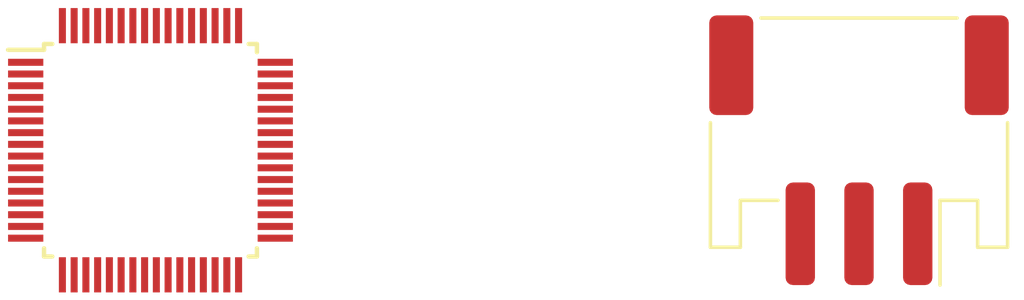
<source format=kicad_pcb>
(kicad_pcb (version 20171130) (host pcbnew "(5.0.2)-1")

  (general
    (thickness 1.6)
    (drawings 0)
    (tracks 0)
    (zones 0)
    (modules 2)
    (nets 67)
  )

  (page A4)
  (layers
    (0 F.Cu signal)
    (31 B.Cu signal)
    (32 B.Adhes user hide)
    (33 F.Adhes user hide)
    (34 B.Paste user hide)
    (35 F.Paste user hide)
    (36 B.SilkS user hide)
    (37 F.SilkS user hide)
    (38 B.Mask user hide)
    (39 F.Mask user hide)
    (40 Dwgs.User user hide)
    (41 Cmts.User user hide)
    (42 Eco1.User user hide)
    (43 Eco2.User user hide)
    (44 Edge.Cuts user hide)
    (45 Margin user hide)
    (46 B.CrtYd user hide)
    (47 F.CrtYd user hide)
    (48 B.Fab user hide)
    (49 F.Fab user hide)
  )

  (setup
    (last_trace_width 0.25)
    (trace_clearance 0.2)
    (zone_clearance 0.508)
    (zone_45_only no)
    (trace_min 0.2)
    (segment_width 0.2)
    (edge_width 0.15)
    (via_size 0.8)
    (via_drill 0.4)
    (via_min_size 0.4)
    (via_min_drill 0.3)
    (uvia_size 0.3)
    (uvia_drill 0.1)
    (uvias_allowed no)
    (uvia_min_size 0.2)
    (uvia_min_drill 0.1)
    (pcb_text_width 0.3)
    (pcb_text_size 1.5 1.5)
    (mod_edge_width 0.15)
    (mod_text_size 1 1)
    (mod_text_width 0.15)
    (pad_size 1.524 1.524)
    (pad_drill 0.762)
    (pad_to_mask_clearance 0.051)
    (solder_mask_min_width 0.25)
    (aux_axis_origin 0 0)
    (visible_elements 7FFFFFFF)
    (pcbplotparams
      (layerselection 0x010fc_ffffffff)
      (usegerberextensions false)
      (usegerberattributes false)
      (usegerberadvancedattributes false)
      (creategerberjobfile false)
      (excludeedgelayer true)
      (linewidth 0.100000)
      (plotframeref false)
      (viasonmask false)
      (mode 1)
      (useauxorigin false)
      (hpglpennumber 1)
      (hpglpenspeed 20)
      (hpglpendiameter 15.000000)
      (psnegative false)
      (psa4output false)
      (plotreference true)
      (plotvalue true)
      (plotinvisibletext false)
      (padsonsilk false)
      (subtractmaskfromsilk false)
      (outputformat 1)
      (mirror false)
      (drillshape 1)
      (scaleselection 1)
      (outputdirectory ""))
  )

  (net 0 "")
  (net 1 "Net-(IC1-Pad1)")
  (net 2 "Net-(IC1-Pad2)")
  (net 3 "Net-(IC1-Pad3)")
  (net 4 "Net-(IC1-Pad4)")
  (net 5 "Net-(IC1-Pad5)")
  (net 6 "Net-(IC1-Pad6)")
  (net 7 "Net-(IC1-Pad7)")
  (net 8 "Net-(IC1-Pad8)")
  (net 9 "Net-(IC1-Pad9)")
  (net 10 "Net-(IC1-Pad10)")
  (net 11 "Net-(IC1-Pad11)")
  (net 12 "Net-(IC1-Pad12)")
  (net 13 "Net-(IC1-Pad13)")
  (net 14 "Net-(IC1-Pad14)")
  (net 15 "Net-(IC1-Pad15)")
  (net 16 "Net-(IC1-Pad16)")
  (net 17 "Net-(IC1-Pad17)")
  (net 18 "Net-(IC1-Pad18)")
  (net 19 "Net-(IC1-Pad19)")
  (net 20 "Net-(IC1-Pad20)")
  (net 21 "Net-(IC1-Pad21)")
  (net 22 "Net-(IC1-Pad22)")
  (net 23 "Net-(IC1-Pad23)")
  (net 24 "Net-(IC1-Pad24)")
  (net 25 "Net-(IC1-Pad25)")
  (net 26 "Net-(IC1-Pad26)")
  (net 27 "Net-(IC1-Pad27)")
  (net 28 "Net-(IC1-Pad28)")
  (net 29 "Net-(IC1-Pad29)")
  (net 30 "Net-(IC1-Pad30)")
  (net 31 "Net-(IC1-Pad31)")
  (net 32 "Net-(IC1-Pad32)")
  (net 33 "Net-(IC1-Pad33)")
  (net 34 "Net-(IC1-Pad34)")
  (net 35 "Net-(IC1-Pad35)")
  (net 36 "Net-(IC1-Pad36)")
  (net 37 "Net-(IC1-Pad37)")
  (net 38 "Net-(IC1-Pad38)")
  (net 39 "Net-(IC1-Pad39)")
  (net 40 "Net-(IC1-Pad40)")
  (net 41 "Net-(IC1-Pad41)")
  (net 42 "Net-(IC1-Pad42)")
  (net 43 "Net-(IC1-Pad43)")
  (net 44 "Net-(IC1-Pad44)")
  (net 45 "Net-(IC1-Pad45)")
  (net 46 "Net-(IC1-Pad46)")
  (net 47 "Net-(IC1-Pad47)")
  (net 48 "Net-(IC1-Pad48)")
  (net 49 "Net-(IC1-Pad49)")
  (net 50 "Net-(IC1-Pad50)")
  (net 51 "Net-(IC1-Pad51)")
  (net 52 "Net-(IC1-Pad52)")
  (net 53 "Net-(IC1-Pad53)")
  (net 54 "Net-(IC1-Pad54)")
  (net 55 "Net-(IC1-Pad55)")
  (net 56 "Net-(IC1-Pad56)")
  (net 57 "Net-(IC1-Pad57)")
  (net 58 "Net-(IC1-Pad58)")
  (net 59 "Net-(IC1-Pad59)")
  (net 60 "Net-(IC1-Pad60)")
  (net 61 "Net-(IC1-Pad61)")
  (net 62 "Net-(IC1-Pad62)")
  (net 63 "Net-(IC1-Pad63)")
  (net 64 "Net-(IC1-Pad64)")
  (net 65 "Net-(BT1-Pad1)")
  (net 66 "Net-(BT1-Pad2)")

  (net_class Default "This is the default net class."
    (clearance 0.2)
    (trace_width 0.25)
    (via_dia 0.8)
    (via_drill 0.4)
    (uvia_dia 0.3)
    (uvia_drill 0.1)
    (add_net "Net-(BT1-Pad1)")
    (add_net "Net-(BT1-Pad2)")
    (add_net "Net-(IC1-Pad1)")
    (add_net "Net-(IC1-Pad10)")
    (add_net "Net-(IC1-Pad11)")
    (add_net "Net-(IC1-Pad12)")
    (add_net "Net-(IC1-Pad13)")
    (add_net "Net-(IC1-Pad14)")
    (add_net "Net-(IC1-Pad15)")
    (add_net "Net-(IC1-Pad16)")
    (add_net "Net-(IC1-Pad17)")
    (add_net "Net-(IC1-Pad18)")
    (add_net "Net-(IC1-Pad19)")
    (add_net "Net-(IC1-Pad2)")
    (add_net "Net-(IC1-Pad20)")
    (add_net "Net-(IC1-Pad21)")
    (add_net "Net-(IC1-Pad22)")
    (add_net "Net-(IC1-Pad23)")
    (add_net "Net-(IC1-Pad24)")
    (add_net "Net-(IC1-Pad25)")
    (add_net "Net-(IC1-Pad26)")
    (add_net "Net-(IC1-Pad27)")
    (add_net "Net-(IC1-Pad28)")
    (add_net "Net-(IC1-Pad29)")
    (add_net "Net-(IC1-Pad3)")
    (add_net "Net-(IC1-Pad30)")
    (add_net "Net-(IC1-Pad31)")
    (add_net "Net-(IC1-Pad32)")
    (add_net "Net-(IC1-Pad33)")
    (add_net "Net-(IC1-Pad34)")
    (add_net "Net-(IC1-Pad35)")
    (add_net "Net-(IC1-Pad36)")
    (add_net "Net-(IC1-Pad37)")
    (add_net "Net-(IC1-Pad38)")
    (add_net "Net-(IC1-Pad39)")
    (add_net "Net-(IC1-Pad4)")
    (add_net "Net-(IC1-Pad40)")
    (add_net "Net-(IC1-Pad41)")
    (add_net "Net-(IC1-Pad42)")
    (add_net "Net-(IC1-Pad43)")
    (add_net "Net-(IC1-Pad44)")
    (add_net "Net-(IC1-Pad45)")
    (add_net "Net-(IC1-Pad46)")
    (add_net "Net-(IC1-Pad47)")
    (add_net "Net-(IC1-Pad48)")
    (add_net "Net-(IC1-Pad49)")
    (add_net "Net-(IC1-Pad5)")
    (add_net "Net-(IC1-Pad50)")
    (add_net "Net-(IC1-Pad51)")
    (add_net "Net-(IC1-Pad52)")
    (add_net "Net-(IC1-Pad53)")
    (add_net "Net-(IC1-Pad54)")
    (add_net "Net-(IC1-Pad55)")
    (add_net "Net-(IC1-Pad56)")
    (add_net "Net-(IC1-Pad57)")
    (add_net "Net-(IC1-Pad58)")
    (add_net "Net-(IC1-Pad59)")
    (add_net "Net-(IC1-Pad6)")
    (add_net "Net-(IC1-Pad60)")
    (add_net "Net-(IC1-Pad61)")
    (add_net "Net-(IC1-Pad62)")
    (add_net "Net-(IC1-Pad63)")
    (add_net "Net-(IC1-Pad64)")
    (add_net "Net-(IC1-Pad7)")
    (add_net "Net-(IC1-Pad8)")
    (add_net "Net-(IC1-Pad9)")
  )

  (module Package_QFP:LQFP-64_7x7mm_P0.4mm (layer F.Cu) (tedit 5A02F146) (tstamp 5C794C5E)
    (at 27.94 24.13)
    (descr "LQFP64: plastic low profile quad flat package; 64 leads; body 7 x 7 x 1.4 mm(see NXP sot414-1_po.pdf and sot414-1_fr.pdf)")
    (tags "QFP 0.4")
    (path /5C6C72B0)
    (attr smd)
    (fp_text reference IC1 (at 0 -5.85) (layer F.SilkS)
      (effects (font (size 1 1) (thickness 0.15)))
    )
    (fp_text value ADS1299 (at 0 5.85) (layer F.Fab)
      (effects (font (size 1 1) (thickness 0.15)))
    )
    (fp_text user %R (at 0 0) (layer F.Fab)
      (effects (font (size 1 1) (thickness 0.15)))
    )
    (fp_line (start -2.5 -3.5) (end 3.5 -3.5) (layer F.Fab) (width 0.15))
    (fp_line (start 3.5 -3.5) (end 3.5 3.5) (layer F.Fab) (width 0.15))
    (fp_line (start 3.5 3.5) (end -3.5 3.5) (layer F.Fab) (width 0.15))
    (fp_line (start -3.5 3.5) (end -3.5 -2.5) (layer F.Fab) (width 0.15))
    (fp_line (start -3.5 -2.5) (end -2.5 -3.5) (layer F.Fab) (width 0.15))
    (fp_line (start -5.1 -5.1) (end -5.1 5.1) (layer F.CrtYd) (width 0.05))
    (fp_line (start 5.1 -5.1) (end 5.1 5.1) (layer F.CrtYd) (width 0.05))
    (fp_line (start -5.1 -5.1) (end 5.1 -5.1) (layer F.CrtYd) (width 0.05))
    (fp_line (start -5.1 5.1) (end 5.1 5.1) (layer F.CrtYd) (width 0.05))
    (fp_line (start -3.625 -3.625) (end -3.625 -3.425) (layer F.SilkS) (width 0.15))
    (fp_line (start 3.625 -3.625) (end 3.625 -3.345) (layer F.SilkS) (width 0.15))
    (fp_line (start 3.625 3.625) (end 3.625 3.345) (layer F.SilkS) (width 0.15))
    (fp_line (start -3.625 3.625) (end -3.625 3.345) (layer F.SilkS) (width 0.15))
    (fp_line (start -3.625 -3.625) (end -3.345 -3.625) (layer F.SilkS) (width 0.15))
    (fp_line (start -3.625 3.625) (end -3.345 3.625) (layer F.SilkS) (width 0.15))
    (fp_line (start 3.625 3.625) (end 3.345 3.625) (layer F.SilkS) (width 0.15))
    (fp_line (start 3.625 -3.625) (end 3.345 -3.625) (layer F.SilkS) (width 0.15))
    (fp_line (start -3.625 -3.425) (end -4.85 -3.425) (layer F.SilkS) (width 0.15))
    (pad 1 smd rect (at -4.25 -3) (size 1.2 0.24) (layers F.Cu F.Paste F.Mask)
      (net 1 "Net-(IC1-Pad1)"))
    (pad 2 smd rect (at -4.25 -2.6) (size 1.2 0.24) (layers F.Cu F.Paste F.Mask)
      (net 2 "Net-(IC1-Pad2)"))
    (pad 3 smd rect (at -4.25 -2.2) (size 1.2 0.24) (layers F.Cu F.Paste F.Mask)
      (net 3 "Net-(IC1-Pad3)"))
    (pad 4 smd rect (at -4.25 -1.8) (size 1.2 0.24) (layers F.Cu F.Paste F.Mask)
      (net 4 "Net-(IC1-Pad4)"))
    (pad 5 smd rect (at -4.25 -1.4) (size 1.2 0.24) (layers F.Cu F.Paste F.Mask)
      (net 5 "Net-(IC1-Pad5)"))
    (pad 6 smd rect (at -4.25 -1) (size 1.2 0.24) (layers F.Cu F.Paste F.Mask)
      (net 6 "Net-(IC1-Pad6)"))
    (pad 7 smd rect (at -4.25 -0.6) (size 1.2 0.24) (layers F.Cu F.Paste F.Mask)
      (net 7 "Net-(IC1-Pad7)"))
    (pad 8 smd rect (at -4.25 -0.2) (size 1.2 0.24) (layers F.Cu F.Paste F.Mask)
      (net 8 "Net-(IC1-Pad8)"))
    (pad 9 smd rect (at -4.25 0.2) (size 1.2 0.24) (layers F.Cu F.Paste F.Mask)
      (net 9 "Net-(IC1-Pad9)"))
    (pad 10 smd rect (at -4.25 0.6) (size 1.2 0.24) (layers F.Cu F.Paste F.Mask)
      (net 10 "Net-(IC1-Pad10)"))
    (pad 11 smd rect (at -4.25 1) (size 1.2 0.24) (layers F.Cu F.Paste F.Mask)
      (net 11 "Net-(IC1-Pad11)"))
    (pad 12 smd rect (at -4.25 1.4) (size 1.2 0.24) (layers F.Cu F.Paste F.Mask)
      (net 12 "Net-(IC1-Pad12)"))
    (pad 13 smd rect (at -4.25 1.8) (size 1.2 0.24) (layers F.Cu F.Paste F.Mask)
      (net 13 "Net-(IC1-Pad13)"))
    (pad 14 smd rect (at -4.25 2.2) (size 1.2 0.24) (layers F.Cu F.Paste F.Mask)
      (net 14 "Net-(IC1-Pad14)"))
    (pad 15 smd rect (at -4.25 2.6) (size 1.2 0.24) (layers F.Cu F.Paste F.Mask)
      (net 15 "Net-(IC1-Pad15)"))
    (pad 16 smd rect (at -4.25 3) (size 1.2 0.24) (layers F.Cu F.Paste F.Mask)
      (net 16 "Net-(IC1-Pad16)"))
    (pad 17 smd rect (at -3 4.25 90) (size 1.2 0.24) (layers F.Cu F.Paste F.Mask)
      (net 17 "Net-(IC1-Pad17)"))
    (pad 18 smd rect (at -2.6 4.25 90) (size 1.2 0.24) (layers F.Cu F.Paste F.Mask)
      (net 18 "Net-(IC1-Pad18)"))
    (pad 19 smd rect (at -2.2 4.25 90) (size 1.2 0.24) (layers F.Cu F.Paste F.Mask)
      (net 19 "Net-(IC1-Pad19)"))
    (pad 20 smd rect (at -1.8 4.25 90) (size 1.2 0.24) (layers F.Cu F.Paste F.Mask)
      (net 20 "Net-(IC1-Pad20)"))
    (pad 21 smd rect (at -1.4 4.25 90) (size 1.2 0.24) (layers F.Cu F.Paste F.Mask)
      (net 21 "Net-(IC1-Pad21)"))
    (pad 22 smd rect (at -1 4.25 90) (size 1.2 0.24) (layers F.Cu F.Paste F.Mask)
      (net 22 "Net-(IC1-Pad22)"))
    (pad 23 smd rect (at -0.6 4.25 90) (size 1.2 0.24) (layers F.Cu F.Paste F.Mask)
      (net 23 "Net-(IC1-Pad23)"))
    (pad 24 smd rect (at -0.2 4.25 90) (size 1.2 0.24) (layers F.Cu F.Paste F.Mask)
      (net 24 "Net-(IC1-Pad24)"))
    (pad 25 smd rect (at 0.2 4.25 90) (size 1.2 0.24) (layers F.Cu F.Paste F.Mask)
      (net 25 "Net-(IC1-Pad25)"))
    (pad 26 smd rect (at 0.6 4.25 90) (size 1.2 0.24) (layers F.Cu F.Paste F.Mask)
      (net 26 "Net-(IC1-Pad26)"))
    (pad 27 smd rect (at 1 4.25 90) (size 1.2 0.24) (layers F.Cu F.Paste F.Mask)
      (net 27 "Net-(IC1-Pad27)"))
    (pad 28 smd rect (at 1.4 4.25 90) (size 1.2 0.24) (layers F.Cu F.Paste F.Mask)
      (net 28 "Net-(IC1-Pad28)"))
    (pad 29 smd rect (at 1.8 4.25 90) (size 1.2 0.24) (layers F.Cu F.Paste F.Mask)
      (net 29 "Net-(IC1-Pad29)"))
    (pad 30 smd rect (at 2.2 4.25 90) (size 1.2 0.24) (layers F.Cu F.Paste F.Mask)
      (net 30 "Net-(IC1-Pad30)"))
    (pad 31 smd rect (at 2.6 4.25 90) (size 1.2 0.24) (layers F.Cu F.Paste F.Mask)
      (net 31 "Net-(IC1-Pad31)"))
    (pad 32 smd rect (at 3 4.25 90) (size 1.2 0.24) (layers F.Cu F.Paste F.Mask)
      (net 32 "Net-(IC1-Pad32)"))
    (pad 33 smd rect (at 4.25 3) (size 1.2 0.24) (layers F.Cu F.Paste F.Mask)
      (net 33 "Net-(IC1-Pad33)"))
    (pad 34 smd rect (at 4.25 2.6) (size 1.2 0.24) (layers F.Cu F.Paste F.Mask)
      (net 34 "Net-(IC1-Pad34)"))
    (pad 35 smd rect (at 4.25 2.2) (size 1.2 0.24) (layers F.Cu F.Paste F.Mask)
      (net 35 "Net-(IC1-Pad35)"))
    (pad 36 smd rect (at 4.25 1.8) (size 1.2 0.24) (layers F.Cu F.Paste F.Mask)
      (net 36 "Net-(IC1-Pad36)"))
    (pad 37 smd rect (at 4.25 1.4) (size 1.2 0.24) (layers F.Cu F.Paste F.Mask)
      (net 37 "Net-(IC1-Pad37)"))
    (pad 38 smd rect (at 4.25 1) (size 1.2 0.24) (layers F.Cu F.Paste F.Mask)
      (net 38 "Net-(IC1-Pad38)"))
    (pad 39 smd rect (at 4.25 0.6) (size 1.2 0.24) (layers F.Cu F.Paste F.Mask)
      (net 39 "Net-(IC1-Pad39)"))
    (pad 40 smd rect (at 4.25 0.2) (size 1.2 0.24) (layers F.Cu F.Paste F.Mask)
      (net 40 "Net-(IC1-Pad40)"))
    (pad 41 smd rect (at 4.25 -0.2) (size 1.2 0.24) (layers F.Cu F.Paste F.Mask)
      (net 41 "Net-(IC1-Pad41)"))
    (pad 42 smd rect (at 4.25 -0.6) (size 1.2 0.24) (layers F.Cu F.Paste F.Mask)
      (net 42 "Net-(IC1-Pad42)"))
    (pad 43 smd rect (at 4.25 -1) (size 1.2 0.24) (layers F.Cu F.Paste F.Mask)
      (net 43 "Net-(IC1-Pad43)"))
    (pad 44 smd rect (at 4.25 -1.4) (size 1.2 0.24) (layers F.Cu F.Paste F.Mask)
      (net 44 "Net-(IC1-Pad44)"))
    (pad 45 smd rect (at 4.25 -1.8) (size 1.2 0.24) (layers F.Cu F.Paste F.Mask)
      (net 45 "Net-(IC1-Pad45)"))
    (pad 46 smd rect (at 4.25 -2.2) (size 1.2 0.24) (layers F.Cu F.Paste F.Mask)
      (net 46 "Net-(IC1-Pad46)"))
    (pad 47 smd rect (at 4.25 -2.6) (size 1.2 0.24) (layers F.Cu F.Paste F.Mask)
      (net 47 "Net-(IC1-Pad47)"))
    (pad 48 smd rect (at 4.25 -3) (size 1.2 0.24) (layers F.Cu F.Paste F.Mask)
      (net 48 "Net-(IC1-Pad48)"))
    (pad 49 smd rect (at 3 -4.25 90) (size 1.2 0.24) (layers F.Cu F.Paste F.Mask)
      (net 49 "Net-(IC1-Pad49)"))
    (pad 50 smd rect (at 2.6 -4.25 90) (size 1.2 0.24) (layers F.Cu F.Paste F.Mask)
      (net 50 "Net-(IC1-Pad50)"))
    (pad 51 smd rect (at 2.2 -4.25 90) (size 1.2 0.24) (layers F.Cu F.Paste F.Mask)
      (net 51 "Net-(IC1-Pad51)"))
    (pad 52 smd rect (at 1.8 -4.25 90) (size 1.2 0.24) (layers F.Cu F.Paste F.Mask)
      (net 52 "Net-(IC1-Pad52)"))
    (pad 53 smd rect (at 1.4 -4.25 90) (size 1.2 0.24) (layers F.Cu F.Paste F.Mask)
      (net 53 "Net-(IC1-Pad53)"))
    (pad 54 smd rect (at 1 -4.25 90) (size 1.2 0.24) (layers F.Cu F.Paste F.Mask)
      (net 54 "Net-(IC1-Pad54)"))
    (pad 55 smd rect (at 0.6 -4.25 90) (size 1.2 0.24) (layers F.Cu F.Paste F.Mask)
      (net 55 "Net-(IC1-Pad55)"))
    (pad 56 smd rect (at 0.2 -4.25 90) (size 1.2 0.24) (layers F.Cu F.Paste F.Mask)
      (net 56 "Net-(IC1-Pad56)"))
    (pad 57 smd rect (at -0.2 -4.25 90) (size 1.2 0.24) (layers F.Cu F.Paste F.Mask)
      (net 57 "Net-(IC1-Pad57)"))
    (pad 58 smd rect (at -0.6 -4.25 90) (size 1.2 0.24) (layers F.Cu F.Paste F.Mask)
      (net 58 "Net-(IC1-Pad58)"))
    (pad 59 smd rect (at -1 -4.25 90) (size 1.2 0.24) (layers F.Cu F.Paste F.Mask)
      (net 59 "Net-(IC1-Pad59)"))
    (pad 60 smd rect (at -1.4 -4.25 90) (size 1.2 0.24) (layers F.Cu F.Paste F.Mask)
      (net 60 "Net-(IC1-Pad60)"))
    (pad 61 smd rect (at -1.8 -4.25 90) (size 1.2 0.24) (layers F.Cu F.Paste F.Mask)
      (net 61 "Net-(IC1-Pad61)"))
    (pad 62 smd rect (at -2.2 -4.25 90) (size 1.2 0.24) (layers F.Cu F.Paste F.Mask)
      (net 62 "Net-(IC1-Pad62)"))
    (pad 63 smd rect (at -2.6 -4.25 90) (size 1.2 0.24) (layers F.Cu F.Paste F.Mask)
      (net 63 "Net-(IC1-Pad63)"))
    (pad 64 smd rect (at -3 -4.25 90) (size 1.2 0.24) (layers F.Cu F.Paste F.Mask)
      (net 64 "Net-(IC1-Pad64)"))
    (model ${KISYS3DMOD}/Package_QFP.3dshapes/LQFP-64_7x7mm_P0.4mm.wrl
      (at (xyz 0 0 0))
      (scale (xyz 1 1 1))
      (rotate (xyz 0 0 0))
    )
  )

  (module Connector_JST:JST_PH_S3B-PH-SM4-TB_1x03-1MP_P2.00mm_Horizontal (layer F.Cu) (tedit 5B78AD87) (tstamp 5C7A6F7C)
    (at 52.07 24.13 180)
    (descr "JST PH series connector, S3B-PH-SM4-TB (http://www.jst-mfg.com/product/pdf/eng/ePH.pdf), generated with kicad-footprint-generator")
    (tags "connector JST PH top entry")
    (path /5C6CC419)
    (attr smd)
    (fp_text reference BT1 (at 0 -5.8 180) (layer F.SilkS)
      (effects (font (size 1 1) (thickness 0.15)))
    )
    (fp_text value Battery_Cell (at 0 5.8 180) (layer F.Fab)
      (effects (font (size 1 1) (thickness 0.15)))
    )
    (fp_line (start -4.95 -3.2) (end -4.15 -3.2) (layer F.Fab) (width 0.1))
    (fp_line (start -4.15 -3.2) (end -4.15 -1.6) (layer F.Fab) (width 0.1))
    (fp_line (start -4.15 -1.6) (end 4.15 -1.6) (layer F.Fab) (width 0.1))
    (fp_line (start 4.15 -1.6) (end 4.15 -3.2) (layer F.Fab) (width 0.1))
    (fp_line (start 4.15 -3.2) (end 4.95 -3.2) (layer F.Fab) (width 0.1))
    (fp_line (start -5.06 0.94) (end -5.06 -3.31) (layer F.SilkS) (width 0.12))
    (fp_line (start -5.06 -3.31) (end -4.04 -3.31) (layer F.SilkS) (width 0.12))
    (fp_line (start -4.04 -3.31) (end -4.04 -1.71) (layer F.SilkS) (width 0.12))
    (fp_line (start -4.04 -1.71) (end -2.76 -1.71) (layer F.SilkS) (width 0.12))
    (fp_line (start -2.76 -1.71) (end -2.76 -4.6) (layer F.SilkS) (width 0.12))
    (fp_line (start 5.06 0.94) (end 5.06 -3.31) (layer F.SilkS) (width 0.12))
    (fp_line (start 5.06 -3.31) (end 4.04 -3.31) (layer F.SilkS) (width 0.12))
    (fp_line (start 4.04 -3.31) (end 4.04 -1.71) (layer F.SilkS) (width 0.12))
    (fp_line (start 4.04 -1.71) (end 2.76 -1.71) (layer F.SilkS) (width 0.12))
    (fp_line (start -3.34 4.51) (end 3.34 4.51) (layer F.SilkS) (width 0.12))
    (fp_line (start -4.95 4.4) (end 4.95 4.4) (layer F.Fab) (width 0.1))
    (fp_line (start -4.95 -3.2) (end -4.95 4.4) (layer F.Fab) (width 0.1))
    (fp_line (start 4.95 -3.2) (end 4.95 4.4) (layer F.Fab) (width 0.1))
    (fp_line (start -5.6 -5.1) (end -5.6 5.1) (layer F.CrtYd) (width 0.05))
    (fp_line (start -5.6 5.1) (end 5.6 5.1) (layer F.CrtYd) (width 0.05))
    (fp_line (start 5.6 5.1) (end 5.6 -5.1) (layer F.CrtYd) (width 0.05))
    (fp_line (start 5.6 -5.1) (end -5.6 -5.1) (layer F.CrtYd) (width 0.05))
    (fp_line (start -2.5 -1.6) (end -2 -0.892893) (layer F.Fab) (width 0.1))
    (fp_line (start -2 -0.892893) (end -1.5 -1.6) (layer F.Fab) (width 0.1))
    (fp_text user %R (at 0 1.5 180) (layer F.Fab)
      (effects (font (size 1 1) (thickness 0.15)))
    )
    (pad 1 smd roundrect (at -2 -2.85 180) (size 1 3.5) (layers F.Cu F.Paste F.Mask) (roundrect_rratio 0.25)
      (net 65 "Net-(BT1-Pad1)"))
    (pad 2 smd roundrect (at 0 -2.85 180) (size 1 3.5) (layers F.Cu F.Paste F.Mask) (roundrect_rratio 0.25)
      (net 66 "Net-(BT1-Pad2)"))
    (pad 3 smd roundrect (at 2 -2.85 180) (size 1 3.5) (layers F.Cu F.Paste F.Mask) (roundrect_rratio 0.25))
    (pad MP smd roundrect (at -4.35 2.9 180) (size 1.5 3.4) (layers F.Cu F.Paste F.Mask) (roundrect_rratio 0.166667))
    (pad MP smd roundrect (at 4.35 2.9 180) (size 1.5 3.4) (layers F.Cu F.Paste F.Mask) (roundrect_rratio 0.166667))
    (model ${KISYS3DMOD}/Connector_JST.3dshapes/JST_PH_S3B-PH-SM4-TB_1x03-1MP_P2.00mm_Horizontal.wrl
      (at (xyz 0 0 0))
      (scale (xyz 1 1 1))
      (rotate (xyz 0 0 0))
    )
  )

)

</source>
